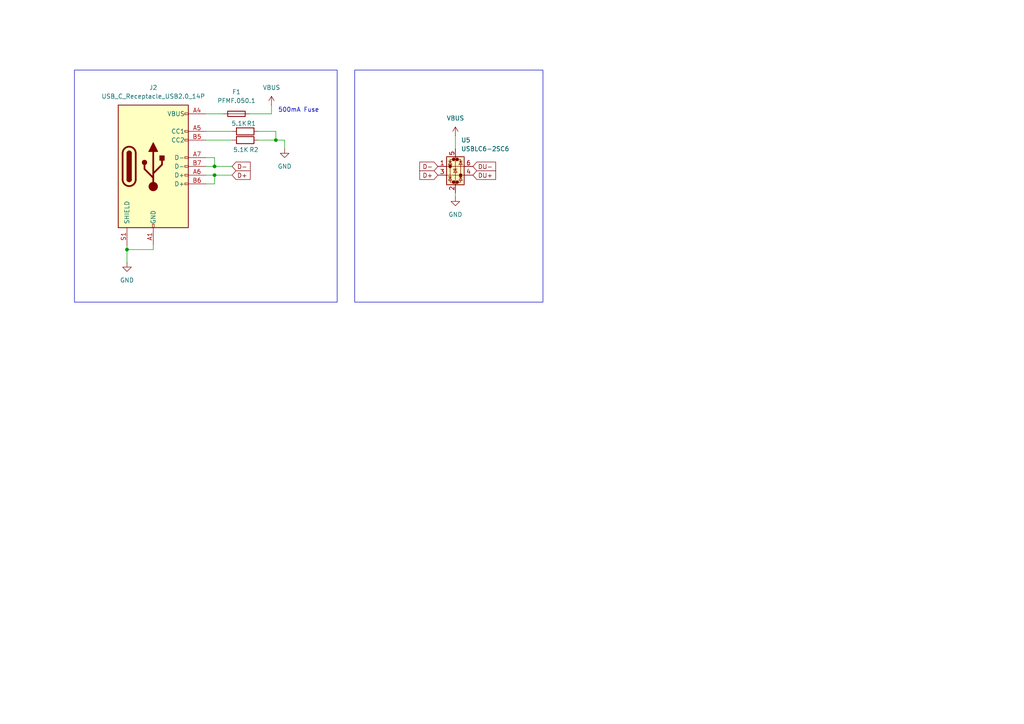
<source format=kicad_sch>
(kicad_sch
	(version 20250114)
	(generator "eeschema")
	(generator_version "9.0")
	(uuid "a7e3f79d-e8ed-48bb-8faf-291beb56f89d")
	(paper "A4")
	(lib_symbols
		(symbol "Connector:USB_C_Receptacle_USB2.0_14P"
			(pin_names
				(offset 1.016)
			)
			(exclude_from_sim no)
			(in_bom yes)
			(on_board yes)
			(property "Reference" "J"
				(at 0 22.225 0)
				(effects
					(font
						(size 1.27 1.27)
					)
				)
			)
			(property "Value" "USB_C_Receptacle_USB2.0_14P"
				(at 0 19.685 0)
				(effects
					(font
						(size 1.27 1.27)
					)
				)
			)
			(property "Footprint" ""
				(at 3.81 0 0)
				(effects
					(font
						(size 1.27 1.27)
					)
					(hide yes)
				)
			)
			(property "Datasheet" "https://www.usb.org/sites/default/files/documents/usb_type-c.zip"
				(at 3.81 0 0)
				(effects
					(font
						(size 1.27 1.27)
					)
					(hide yes)
				)
			)
			(property "Description" "USB 2.0-only 14P Type-C Receptacle connector"
				(at 0 0 0)
				(effects
					(font
						(size 1.27 1.27)
					)
					(hide yes)
				)
			)
			(property "ki_keywords" "usb universal serial bus type-C USB2.0"
				(at 0 0 0)
				(effects
					(font
						(size 1.27 1.27)
					)
					(hide yes)
				)
			)
			(property "ki_fp_filters" "USB*C*Receptacle*"
				(at 0 0 0)
				(effects
					(font
						(size 1.27 1.27)
					)
					(hide yes)
				)
			)
			(symbol "USB_C_Receptacle_USB2.0_14P_0_0"
				(rectangle
					(start -0.254 -17.78)
					(end 0.254 -16.764)
					(stroke
						(width 0)
						(type default)
					)
					(fill
						(type none)
					)
				)
				(rectangle
					(start 10.16 15.494)
					(end 9.144 14.986)
					(stroke
						(width 0)
						(type default)
					)
					(fill
						(type none)
					)
				)
				(rectangle
					(start 10.16 10.414)
					(end 9.144 9.906)
					(stroke
						(width 0)
						(type default)
					)
					(fill
						(type none)
					)
				)
				(rectangle
					(start 10.16 7.874)
					(end 9.144 7.366)
					(stroke
						(width 0)
						(type default)
					)
					(fill
						(type none)
					)
				)
				(rectangle
					(start 10.16 2.794)
					(end 9.144 2.286)
					(stroke
						(width 0)
						(type default)
					)
					(fill
						(type none)
					)
				)
				(rectangle
					(start 10.16 0.254)
					(end 9.144 -0.254)
					(stroke
						(width 0)
						(type default)
					)
					(fill
						(type none)
					)
				)
				(rectangle
					(start 10.16 -2.286)
					(end 9.144 -2.794)
					(stroke
						(width 0)
						(type default)
					)
					(fill
						(type none)
					)
				)
				(rectangle
					(start 10.16 -4.826)
					(end 9.144 -5.334)
					(stroke
						(width 0)
						(type default)
					)
					(fill
						(type none)
					)
				)
			)
			(symbol "USB_C_Receptacle_USB2.0_14P_0_1"
				(rectangle
					(start -10.16 17.78)
					(end 10.16 -17.78)
					(stroke
						(width 0.254)
						(type default)
					)
					(fill
						(type background)
					)
				)
				(polyline
					(pts
						(xy -8.89 -3.81) (xy -8.89 3.81)
					)
					(stroke
						(width 0.508)
						(type default)
					)
					(fill
						(type none)
					)
				)
				(rectangle
					(start -7.62 -3.81)
					(end -6.35 3.81)
					(stroke
						(width 0.254)
						(type default)
					)
					(fill
						(type outline)
					)
				)
				(arc
					(start -7.62 3.81)
					(mid -6.985 4.4423)
					(end -6.35 3.81)
					(stroke
						(width 0.254)
						(type default)
					)
					(fill
						(type none)
					)
				)
				(arc
					(start -7.62 3.81)
					(mid -6.985 4.4423)
					(end -6.35 3.81)
					(stroke
						(width 0.254)
						(type default)
					)
					(fill
						(type outline)
					)
				)
				(arc
					(start -8.89 3.81)
					(mid -6.985 5.7067)
					(end -5.08 3.81)
					(stroke
						(width 0.508)
						(type default)
					)
					(fill
						(type none)
					)
				)
				(arc
					(start -5.08 -3.81)
					(mid -6.985 -5.7067)
					(end -8.89 -3.81)
					(stroke
						(width 0.508)
						(type default)
					)
					(fill
						(type none)
					)
				)
				(arc
					(start -6.35 -3.81)
					(mid -6.985 -4.4423)
					(end -7.62 -3.81)
					(stroke
						(width 0.254)
						(type default)
					)
					(fill
						(type none)
					)
				)
				(arc
					(start -6.35 -3.81)
					(mid -6.985 -4.4423)
					(end -7.62 -3.81)
					(stroke
						(width 0.254)
						(type default)
					)
					(fill
						(type outline)
					)
				)
				(polyline
					(pts
						(xy -5.08 3.81) (xy -5.08 -3.81)
					)
					(stroke
						(width 0.508)
						(type default)
					)
					(fill
						(type none)
					)
				)
				(circle
					(center -2.54 1.143)
					(radius 0.635)
					(stroke
						(width 0.254)
						(type default)
					)
					(fill
						(type outline)
					)
				)
				(polyline
					(pts
						(xy -1.27 4.318) (xy 0 6.858) (xy 1.27 4.318) (xy -1.27 4.318)
					)
					(stroke
						(width 0.254)
						(type default)
					)
					(fill
						(type outline)
					)
				)
				(polyline
					(pts
						(xy 0 -2.032) (xy 2.54 0.508) (xy 2.54 1.778)
					)
					(stroke
						(width 0.508)
						(type default)
					)
					(fill
						(type none)
					)
				)
				(polyline
					(pts
						(xy 0 -3.302) (xy -2.54 -0.762) (xy -2.54 0.508)
					)
					(stroke
						(width 0.508)
						(type default)
					)
					(fill
						(type none)
					)
				)
				(polyline
					(pts
						(xy 0 -5.842) (xy 0 4.318)
					)
					(stroke
						(width 0.508)
						(type default)
					)
					(fill
						(type none)
					)
				)
				(circle
					(center 0 -5.842)
					(radius 1.27)
					(stroke
						(width 0)
						(type default)
					)
					(fill
						(type outline)
					)
				)
				(rectangle
					(start 1.905 1.778)
					(end 3.175 3.048)
					(stroke
						(width 0.254)
						(type default)
					)
					(fill
						(type outline)
					)
				)
			)
			(symbol "USB_C_Receptacle_USB2.0_14P_1_1"
				(pin passive line
					(at -7.62 -22.86 90)
					(length 5.08)
					(name "SHIELD"
						(effects
							(font
								(size 1.27 1.27)
							)
						)
					)
					(number "S1"
						(effects
							(font
								(size 1.27 1.27)
							)
						)
					)
				)
				(pin passive line
					(at 0 -22.86 90)
					(length 5.08)
					(name "GND"
						(effects
							(font
								(size 1.27 1.27)
							)
						)
					)
					(number "A1"
						(effects
							(font
								(size 1.27 1.27)
							)
						)
					)
				)
				(pin passive line
					(at 0 -22.86 90)
					(length 5.08)
					(hide yes)
					(name "GND"
						(effects
							(font
								(size 1.27 1.27)
							)
						)
					)
					(number "A12"
						(effects
							(font
								(size 1.27 1.27)
							)
						)
					)
				)
				(pin passive line
					(at 0 -22.86 90)
					(length 5.08)
					(hide yes)
					(name "GND"
						(effects
							(font
								(size 1.27 1.27)
							)
						)
					)
					(number "B1"
						(effects
							(font
								(size 1.27 1.27)
							)
						)
					)
				)
				(pin passive line
					(at 0 -22.86 90)
					(length 5.08)
					(hide yes)
					(name "GND"
						(effects
							(font
								(size 1.27 1.27)
							)
						)
					)
					(number "B12"
						(effects
							(font
								(size 1.27 1.27)
							)
						)
					)
				)
				(pin passive line
					(at 15.24 15.24 180)
					(length 5.08)
					(name "VBUS"
						(effects
							(font
								(size 1.27 1.27)
							)
						)
					)
					(number "A4"
						(effects
							(font
								(size 1.27 1.27)
							)
						)
					)
				)
				(pin passive line
					(at 15.24 15.24 180)
					(length 5.08)
					(hide yes)
					(name "VBUS"
						(effects
							(font
								(size 1.27 1.27)
							)
						)
					)
					(number "A9"
						(effects
							(font
								(size 1.27 1.27)
							)
						)
					)
				)
				(pin passive line
					(at 15.24 15.24 180)
					(length 5.08)
					(hide yes)
					(name "VBUS"
						(effects
							(font
								(size 1.27 1.27)
							)
						)
					)
					(number "B4"
						(effects
							(font
								(size 1.27 1.27)
							)
						)
					)
				)
				(pin passive line
					(at 15.24 15.24 180)
					(length 5.08)
					(hide yes)
					(name "VBUS"
						(effects
							(font
								(size 1.27 1.27)
							)
						)
					)
					(number "B9"
						(effects
							(font
								(size 1.27 1.27)
							)
						)
					)
				)
				(pin bidirectional line
					(at 15.24 10.16 180)
					(length 5.08)
					(name "CC1"
						(effects
							(font
								(size 1.27 1.27)
							)
						)
					)
					(number "A5"
						(effects
							(font
								(size 1.27 1.27)
							)
						)
					)
				)
				(pin bidirectional line
					(at 15.24 7.62 180)
					(length 5.08)
					(name "CC2"
						(effects
							(font
								(size 1.27 1.27)
							)
						)
					)
					(number "B5"
						(effects
							(font
								(size 1.27 1.27)
							)
						)
					)
				)
				(pin bidirectional line
					(at 15.24 2.54 180)
					(length 5.08)
					(name "D-"
						(effects
							(font
								(size 1.27 1.27)
							)
						)
					)
					(number "A7"
						(effects
							(font
								(size 1.27 1.27)
							)
						)
					)
				)
				(pin bidirectional line
					(at 15.24 0 180)
					(length 5.08)
					(name "D-"
						(effects
							(font
								(size 1.27 1.27)
							)
						)
					)
					(number "B7"
						(effects
							(font
								(size 1.27 1.27)
							)
						)
					)
				)
				(pin bidirectional line
					(at 15.24 -2.54 180)
					(length 5.08)
					(name "D+"
						(effects
							(font
								(size 1.27 1.27)
							)
						)
					)
					(number "A6"
						(effects
							(font
								(size 1.27 1.27)
							)
						)
					)
				)
				(pin bidirectional line
					(at 15.24 -5.08 180)
					(length 5.08)
					(name "D+"
						(effects
							(font
								(size 1.27 1.27)
							)
						)
					)
					(number "B6"
						(effects
							(font
								(size 1.27 1.27)
							)
						)
					)
				)
			)
			(embedded_fonts no)
		)
		(symbol "Device:Fuse"
			(pin_numbers
				(hide yes)
			)
			(pin_names
				(offset 0)
			)
			(exclude_from_sim no)
			(in_bom yes)
			(on_board yes)
			(property "Reference" "F"
				(at 2.032 0 90)
				(effects
					(font
						(size 1.27 1.27)
					)
				)
			)
			(property "Value" "Fuse"
				(at -1.905 0 90)
				(effects
					(font
						(size 1.27 1.27)
					)
				)
			)
			(property "Footprint" ""
				(at -1.778 0 90)
				(effects
					(font
						(size 1.27 1.27)
					)
					(hide yes)
				)
			)
			(property "Datasheet" "~"
				(at 0 0 0)
				(effects
					(font
						(size 1.27 1.27)
					)
					(hide yes)
				)
			)
			(property "Description" "Fuse"
				(at 0 0 0)
				(effects
					(font
						(size 1.27 1.27)
					)
					(hide yes)
				)
			)
			(property "ki_keywords" "fuse"
				(at 0 0 0)
				(effects
					(font
						(size 1.27 1.27)
					)
					(hide yes)
				)
			)
			(property "ki_fp_filters" "*Fuse*"
				(at 0 0 0)
				(effects
					(font
						(size 1.27 1.27)
					)
					(hide yes)
				)
			)
			(symbol "Fuse_0_1"
				(rectangle
					(start -0.762 -2.54)
					(end 0.762 2.54)
					(stroke
						(width 0.254)
						(type default)
					)
					(fill
						(type none)
					)
				)
				(polyline
					(pts
						(xy 0 2.54) (xy 0 -2.54)
					)
					(stroke
						(width 0)
						(type default)
					)
					(fill
						(type none)
					)
				)
			)
			(symbol "Fuse_1_1"
				(pin passive line
					(at 0 3.81 270)
					(length 1.27)
					(name "~"
						(effects
							(font
								(size 1.27 1.27)
							)
						)
					)
					(number "1"
						(effects
							(font
								(size 1.27 1.27)
							)
						)
					)
				)
				(pin passive line
					(at 0 -3.81 90)
					(length 1.27)
					(name "~"
						(effects
							(font
								(size 1.27 1.27)
							)
						)
					)
					(number "2"
						(effects
							(font
								(size 1.27 1.27)
							)
						)
					)
				)
			)
			(embedded_fonts no)
		)
		(symbol "Device:R"
			(pin_numbers
				(hide yes)
			)
			(pin_names
				(offset 0)
			)
			(exclude_from_sim no)
			(in_bom yes)
			(on_board yes)
			(property "Reference" "R"
				(at 2.032 0 90)
				(effects
					(font
						(size 1.27 1.27)
					)
				)
			)
			(property "Value" "R"
				(at 0 0 90)
				(effects
					(font
						(size 1.27 1.27)
					)
				)
			)
			(property "Footprint" ""
				(at -1.778 0 90)
				(effects
					(font
						(size 1.27 1.27)
					)
					(hide yes)
				)
			)
			(property "Datasheet" "~"
				(at 0 0 0)
				(effects
					(font
						(size 1.27 1.27)
					)
					(hide yes)
				)
			)
			(property "Description" "Resistor"
				(at 0 0 0)
				(effects
					(font
						(size 1.27 1.27)
					)
					(hide yes)
				)
			)
			(property "ki_keywords" "R res resistor"
				(at 0 0 0)
				(effects
					(font
						(size 1.27 1.27)
					)
					(hide yes)
				)
			)
			(property "ki_fp_filters" "R_*"
				(at 0 0 0)
				(effects
					(font
						(size 1.27 1.27)
					)
					(hide yes)
				)
			)
			(symbol "R_0_1"
				(rectangle
					(start -1.016 -2.54)
					(end 1.016 2.54)
					(stroke
						(width 0.254)
						(type default)
					)
					(fill
						(type none)
					)
				)
			)
			(symbol "R_1_1"
				(pin passive line
					(at 0 3.81 270)
					(length 1.27)
					(name "~"
						(effects
							(font
								(size 1.27 1.27)
							)
						)
					)
					(number "1"
						(effects
							(font
								(size 1.27 1.27)
							)
						)
					)
				)
				(pin passive line
					(at 0 -3.81 90)
					(length 1.27)
					(name "~"
						(effects
							(font
								(size 1.27 1.27)
							)
						)
					)
					(number "2"
						(effects
							(font
								(size 1.27 1.27)
							)
						)
					)
				)
			)
			(embedded_fonts no)
		)
		(symbol "Power_Protection:USBLC6-2SC6"
			(pin_names
				(hide yes)
			)
			(exclude_from_sim no)
			(in_bom yes)
			(on_board yes)
			(property "Reference" "U"
				(at 0.635 5.715 0)
				(effects
					(font
						(size 1.27 1.27)
					)
					(justify left)
				)
			)
			(property "Value" "USBLC6-2SC6"
				(at 0.635 3.81 0)
				(effects
					(font
						(size 1.27 1.27)
					)
					(justify left)
				)
			)
			(property "Footprint" "Package_TO_SOT_SMD:SOT-23-6"
				(at 1.27 -6.35 0)
				(effects
					(font
						(size 1.27 1.27)
						(italic yes)
					)
					(justify left)
					(hide yes)
				)
			)
			(property "Datasheet" "https://www.st.com/resource/en/datasheet/usblc6-2.pdf"
				(at 1.27 -8.255 0)
				(effects
					(font
						(size 1.27 1.27)
					)
					(justify left)
					(hide yes)
				)
			)
			(property "Description" "Very low capacitance ESD protection diode, 2 data-line, SOT-23-6"
				(at 0 0 0)
				(effects
					(font
						(size 1.27 1.27)
					)
					(hide yes)
				)
			)
			(property "ki_keywords" "usb ethernet video"
				(at 0 0 0)
				(effects
					(font
						(size 1.27 1.27)
					)
					(hide yes)
				)
			)
			(property "ki_fp_filters" "SOT?23*"
				(at 0 0 0)
				(effects
					(font
						(size 1.27 1.27)
					)
					(hide yes)
				)
			)
			(symbol "USBLC6-2SC6_0_0"
				(circle
					(center -1.524 0)
					(radius 0.0001)
					(stroke
						(width 0.508)
						(type default)
					)
					(fill
						(type none)
					)
				)
				(circle
					(center -0.508 2.032)
					(radius 0.0001)
					(stroke
						(width 0.508)
						(type default)
					)
					(fill
						(type none)
					)
				)
				(circle
					(center -0.508 -4.572)
					(radius 0.0001)
					(stroke
						(width 0.508)
						(type default)
					)
					(fill
						(type none)
					)
				)
				(circle
					(center 0.508 2.032)
					(radius 0.0001)
					(stroke
						(width 0.508)
						(type default)
					)
					(fill
						(type none)
					)
				)
				(circle
					(center 0.508 -4.572)
					(radius 0.0001)
					(stroke
						(width 0.508)
						(type default)
					)
					(fill
						(type none)
					)
				)
				(circle
					(center 1.524 -2.54)
					(radius 0.0001)
					(stroke
						(width 0.508)
						(type default)
					)
					(fill
						(type none)
					)
				)
			)
			(symbol "USBLC6-2SC6_0_1"
				(polyline
					(pts
						(xy -2.54 0) (xy 2.54 0)
					)
					(stroke
						(width 0)
						(type default)
					)
					(fill
						(type none)
					)
				)
				(polyline
					(pts
						(xy -2.54 -2.54) (xy 2.54 -2.54)
					)
					(stroke
						(width 0)
						(type default)
					)
					(fill
						(type none)
					)
				)
				(polyline
					(pts
						(xy -2.032 0.508) (xy -1.016 0.508) (xy -1.524 1.524) (xy -2.032 0.508)
					)
					(stroke
						(width 0)
						(type default)
					)
					(fill
						(type none)
					)
				)
				(polyline
					(pts
						(xy -2.032 -3.048) (xy -1.016 -3.048)
					)
					(stroke
						(width 0)
						(type default)
					)
					(fill
						(type none)
					)
				)
				(polyline
					(pts
						(xy -1.016 1.524) (xy -2.032 1.524)
					)
					(stroke
						(width 0)
						(type default)
					)
					(fill
						(type none)
					)
				)
				(polyline
					(pts
						(xy -1.016 -4.064) (xy -2.032 -4.064) (xy -1.524 -3.048) (xy -1.016 -4.064)
					)
					(stroke
						(width 0)
						(type default)
					)
					(fill
						(type none)
					)
				)
				(polyline
					(pts
						(xy -0.508 -1.143) (xy -0.508 -0.762) (xy 0.508 -0.762)
					)
					(stroke
						(width 0)
						(type default)
					)
					(fill
						(type none)
					)
				)
				(polyline
					(pts
						(xy 0 2.54) (xy -0.508 2.032) (xy 0.508 2.032) (xy 0 1.524) (xy 0 -4.064) (xy -0.508 -4.572) (xy 0.508 -4.572)
						(xy 0 -5.08)
					)
					(stroke
						(width 0)
						(type default)
					)
					(fill
						(type none)
					)
				)
				(polyline
					(pts
						(xy 0.508 -1.778) (xy -0.508 -1.778) (xy 0 -0.762) (xy 0.508 -1.778)
					)
					(stroke
						(width 0)
						(type default)
					)
					(fill
						(type none)
					)
				)
				(polyline
					(pts
						(xy 1.016 1.524) (xy 2.032 1.524)
					)
					(stroke
						(width 0)
						(type default)
					)
					(fill
						(type none)
					)
				)
				(polyline
					(pts
						(xy 1.016 -3.048) (xy 2.032 -3.048)
					)
					(stroke
						(width 0)
						(type default)
					)
					(fill
						(type none)
					)
				)
				(polyline
					(pts
						(xy 2.032 0.508) (xy 1.016 0.508) (xy 1.524 1.524) (xy 2.032 0.508)
					)
					(stroke
						(width 0)
						(type default)
					)
					(fill
						(type none)
					)
				)
				(polyline
					(pts
						(xy 2.032 -4.064) (xy 1.016 -4.064) (xy 1.524 -3.048) (xy 2.032 -4.064)
					)
					(stroke
						(width 0)
						(type default)
					)
					(fill
						(type none)
					)
				)
			)
			(symbol "USBLC6-2SC6_1_1"
				(rectangle
					(start -2.54 2.794)
					(end 2.54 -5.334)
					(stroke
						(width 0.254)
						(type default)
					)
					(fill
						(type background)
					)
				)
				(polyline
					(pts
						(xy -0.508 2.032) (xy -1.524 2.032) (xy -1.524 -4.572) (xy -0.508 -4.572)
					)
					(stroke
						(width 0)
						(type default)
					)
					(fill
						(type none)
					)
				)
				(polyline
					(pts
						(xy 0.508 -4.572) (xy 1.524 -4.572) (xy 1.524 2.032) (xy 0.508 2.032)
					)
					(stroke
						(width 0)
						(type default)
					)
					(fill
						(type none)
					)
				)
				(pin passive line
					(at -5.08 0 0)
					(length 2.54)
					(name "I/O1"
						(effects
							(font
								(size 1.27 1.27)
							)
						)
					)
					(number "1"
						(effects
							(font
								(size 1.27 1.27)
							)
						)
					)
				)
				(pin passive line
					(at -5.08 -2.54 0)
					(length 2.54)
					(name "I/O2"
						(effects
							(font
								(size 1.27 1.27)
							)
						)
					)
					(number "3"
						(effects
							(font
								(size 1.27 1.27)
							)
						)
					)
				)
				(pin passive line
					(at 0 5.08 270)
					(length 2.54)
					(name "VBUS"
						(effects
							(font
								(size 1.27 1.27)
							)
						)
					)
					(number "5"
						(effects
							(font
								(size 1.27 1.27)
							)
						)
					)
				)
				(pin passive line
					(at 0 -7.62 90)
					(length 2.54)
					(name "GND"
						(effects
							(font
								(size 1.27 1.27)
							)
						)
					)
					(number "2"
						(effects
							(font
								(size 1.27 1.27)
							)
						)
					)
				)
				(pin passive line
					(at 5.08 0 180)
					(length 2.54)
					(name "I/O1"
						(effects
							(font
								(size 1.27 1.27)
							)
						)
					)
					(number "6"
						(effects
							(font
								(size 1.27 1.27)
							)
						)
					)
				)
				(pin passive line
					(at 5.08 -2.54 180)
					(length 2.54)
					(name "I/O2"
						(effects
							(font
								(size 1.27 1.27)
							)
						)
					)
					(number "4"
						(effects
							(font
								(size 1.27 1.27)
							)
						)
					)
				)
			)
			(embedded_fonts no)
		)
		(symbol "power:GND"
			(power)
			(pin_numbers
				(hide yes)
			)
			(pin_names
				(offset 0)
				(hide yes)
			)
			(exclude_from_sim no)
			(in_bom yes)
			(on_board yes)
			(property "Reference" "#PWR"
				(at 0 -6.35 0)
				(effects
					(font
						(size 1.27 1.27)
					)
					(hide yes)
				)
			)
			(property "Value" "GND"
				(at 0 -3.81 0)
				(effects
					(font
						(size 1.27 1.27)
					)
				)
			)
			(property "Footprint" ""
				(at 0 0 0)
				(effects
					(font
						(size 1.27 1.27)
					)
					(hide yes)
				)
			)
			(property "Datasheet" ""
				(at 0 0 0)
				(effects
					(font
						(size 1.27 1.27)
					)
					(hide yes)
				)
			)
			(property "Description" "Power symbol creates a global label with name \"GND\" , ground"
				(at 0 0 0)
				(effects
					(font
						(size 1.27 1.27)
					)
					(hide yes)
				)
			)
			(property "ki_keywords" "global power"
				(at 0 0 0)
				(effects
					(font
						(size 1.27 1.27)
					)
					(hide yes)
				)
			)
			(symbol "GND_0_1"
				(polyline
					(pts
						(xy 0 0) (xy 0 -1.27) (xy 1.27 -1.27) (xy 0 -2.54) (xy -1.27 -1.27) (xy 0 -1.27)
					)
					(stroke
						(width 0)
						(type default)
					)
					(fill
						(type none)
					)
				)
			)
			(symbol "GND_1_1"
				(pin power_in line
					(at 0 0 270)
					(length 0)
					(name "~"
						(effects
							(font
								(size 1.27 1.27)
							)
						)
					)
					(number "1"
						(effects
							(font
								(size 1.27 1.27)
							)
						)
					)
				)
			)
			(embedded_fonts no)
		)
		(symbol "power:VBUS"
			(power)
			(pin_numbers
				(hide yes)
			)
			(pin_names
				(offset 0)
				(hide yes)
			)
			(exclude_from_sim no)
			(in_bom yes)
			(on_board yes)
			(property "Reference" "#PWR"
				(at 0 -3.81 0)
				(effects
					(font
						(size 1.27 1.27)
					)
					(hide yes)
				)
			)
			(property "Value" "VBUS"
				(at 0 3.556 0)
				(effects
					(font
						(size 1.27 1.27)
					)
				)
			)
			(property "Footprint" ""
				(at 0 0 0)
				(effects
					(font
						(size 1.27 1.27)
					)
					(hide yes)
				)
			)
			(property "Datasheet" ""
				(at 0 0 0)
				(effects
					(font
						(size 1.27 1.27)
					)
					(hide yes)
				)
			)
			(property "Description" "Power symbol creates a global label with name \"VBUS\""
				(at 0 0 0)
				(effects
					(font
						(size 1.27 1.27)
					)
					(hide yes)
				)
			)
			(property "ki_keywords" "global power"
				(at 0 0 0)
				(effects
					(font
						(size 1.27 1.27)
					)
					(hide yes)
				)
			)
			(symbol "VBUS_0_1"
				(polyline
					(pts
						(xy -0.762 1.27) (xy 0 2.54)
					)
					(stroke
						(width 0)
						(type default)
					)
					(fill
						(type none)
					)
				)
				(polyline
					(pts
						(xy 0 2.54) (xy 0.762 1.27)
					)
					(stroke
						(width 0)
						(type default)
					)
					(fill
						(type none)
					)
				)
				(polyline
					(pts
						(xy 0 0) (xy 0 2.54)
					)
					(stroke
						(width 0)
						(type default)
					)
					(fill
						(type none)
					)
				)
			)
			(symbol "VBUS_1_1"
				(pin power_in line
					(at 0 0 90)
					(length 0)
					(name "~"
						(effects
							(font
								(size 1.27 1.27)
							)
						)
					)
					(number "1"
						(effects
							(font
								(size 1.27 1.27)
							)
						)
					)
				)
			)
			(embedded_fonts no)
		)
	)
	(rectangle
		(start 21.59 20.32)
		(end 97.79 87.63)
		(stroke
			(width 0)
			(type default)
		)
		(fill
			(type none)
		)
		(uuid 68dadf7e-eba7-4d02-a4ab-528486b1c2dc)
	)
	(rectangle
		(start 102.87 20.32)
		(end 157.48 87.63)
		(stroke
			(width 0)
			(type default)
		)
		(fill
			(type none)
		)
		(uuid 9edf9b01-fc73-48c9-9260-4d72dc2154f2)
	)
	(text "500mA Fuse\n"
		(exclude_from_sim no)
		(at 86.614 32.004 0)
		(effects
			(font
				(size 1.27 1.27)
			)
		)
		(uuid "f9cf21cd-ca84-4682-aca3-4d13c1ba727e")
	)
	(junction
		(at 36.83 72.39)
		(diameter 0)
		(color 0 0 0 0)
		(uuid "0f960986-c0b1-4d0d-9db7-3615650fffa2")
	)
	(junction
		(at 62.23 48.26)
		(diameter 0)
		(color 0 0 0 0)
		(uuid "1d255184-16a5-4042-878e-3f8beb7d5801")
	)
	(junction
		(at 62.23 50.8)
		(diameter 0)
		(color 0 0 0 0)
		(uuid "3d2e482c-7bea-4ea7-9346-7dd672ad1244")
	)
	(junction
		(at 80.01 40.64)
		(diameter 0)
		(color 0 0 0 0)
		(uuid "6563c022-7be8-4bd3-9eba-2c8f00b0f5e9")
	)
	(wire
		(pts
			(xy 44.45 71.12) (xy 44.45 72.39)
		)
		(stroke
			(width 0)
			(type default)
		)
		(uuid "09557974-8891-441e-9918-a827f3d4a0d7")
	)
	(wire
		(pts
			(xy 62.23 48.26) (xy 67.31 48.26)
		)
		(stroke
			(width 0)
			(type default)
		)
		(uuid "151e74db-ae8b-489c-a10d-7bd07d577f7a")
	)
	(wire
		(pts
			(xy 59.69 50.8) (xy 62.23 50.8)
		)
		(stroke
			(width 0)
			(type default)
		)
		(uuid "16294974-0083-4d12-bd9a-3313474f4c9a")
	)
	(wire
		(pts
			(xy 62.23 50.8) (xy 67.31 50.8)
		)
		(stroke
			(width 0)
			(type default)
		)
		(uuid "1c1a2b01-562b-4b66-81da-f33f60193c34")
	)
	(wire
		(pts
			(xy 72.39 33.02) (xy 78.74 33.02)
		)
		(stroke
			(width 0)
			(type default)
		)
		(uuid "2114a111-6763-49b2-8c0b-e92ce4602ae4")
	)
	(wire
		(pts
			(xy 36.83 71.12) (xy 36.83 72.39)
		)
		(stroke
			(width 0)
			(type default)
		)
		(uuid "35ba715c-ba01-41f0-b858-3a7f5d1dd70f")
	)
	(wire
		(pts
			(xy 80.01 38.1) (xy 80.01 40.64)
		)
		(stroke
			(width 0)
			(type default)
		)
		(uuid "3d69ba06-72da-4448-93a9-59f710cb1397")
	)
	(wire
		(pts
			(xy 82.55 40.64) (xy 82.55 43.18)
		)
		(stroke
			(width 0)
			(type default)
		)
		(uuid "4a9b4620-6b72-41ea-9917-a5b7d5bf2d88")
	)
	(wire
		(pts
			(xy 62.23 45.72) (xy 62.23 48.26)
		)
		(stroke
			(width 0)
			(type default)
		)
		(uuid "56c2d981-9194-460b-a3be-82f1696c3183")
	)
	(wire
		(pts
			(xy 36.83 72.39) (xy 36.83 76.2)
		)
		(stroke
			(width 0)
			(type default)
		)
		(uuid "5d6cc594-bcf0-4ce6-8362-bb2a9ec15950")
	)
	(wire
		(pts
			(xy 59.69 53.34) (xy 62.23 53.34)
		)
		(stroke
			(width 0)
			(type default)
		)
		(uuid "7be05629-6659-4282-8963-128e28a23634")
	)
	(wire
		(pts
			(xy 80.01 40.64) (xy 82.55 40.64)
		)
		(stroke
			(width 0)
			(type default)
		)
		(uuid "817841c2-a6ab-49e0-b29b-fb41ec8c43c2")
	)
	(wire
		(pts
			(xy 74.93 40.64) (xy 80.01 40.64)
		)
		(stroke
			(width 0)
			(type default)
		)
		(uuid "82d38c20-5696-48fd-90ea-f9967184f186")
	)
	(wire
		(pts
			(xy 78.74 33.02) (xy 78.74 30.48)
		)
		(stroke
			(width 0)
			(type default)
		)
		(uuid "8ce63e3f-e153-4b29-9792-0846b19a3c4f")
	)
	(wire
		(pts
			(xy 59.69 48.26) (xy 62.23 48.26)
		)
		(stroke
			(width 0)
			(type default)
		)
		(uuid "8e09467d-1387-4bf9-97ac-6bb92bab2bd7")
	)
	(wire
		(pts
			(xy 132.08 57.15) (xy 132.08 55.88)
		)
		(stroke
			(width 0)
			(type default)
		)
		(uuid "8eaa61ec-9032-4c68-8c8e-281fececc411")
	)
	(wire
		(pts
			(xy 62.23 53.34) (xy 62.23 50.8)
		)
		(stroke
			(width 0)
			(type default)
		)
		(uuid "9b69a22e-6a19-42d5-ac9b-443d6feb1d31")
	)
	(wire
		(pts
			(xy 44.45 72.39) (xy 36.83 72.39)
		)
		(stroke
			(width 0)
			(type default)
		)
		(uuid "9d07bbf8-c85f-4d8a-894c-c693378d8cd3")
	)
	(wire
		(pts
			(xy 74.93 38.1) (xy 80.01 38.1)
		)
		(stroke
			(width 0)
			(type default)
		)
		(uuid "ab5d9491-e71f-454c-be7d-497b437d4cac")
	)
	(wire
		(pts
			(xy 59.69 45.72) (xy 62.23 45.72)
		)
		(stroke
			(width 0)
			(type default)
		)
		(uuid "cb376306-b9f1-46a4-8c02-ae239ec54d54")
	)
	(wire
		(pts
			(xy 59.69 40.64) (xy 67.31 40.64)
		)
		(stroke
			(width 0)
			(type default)
		)
		(uuid "dbe53ecc-f6ca-4f19-81d8-efdae4af9cdf")
	)
	(wire
		(pts
			(xy 64.77 33.02) (xy 59.69 33.02)
		)
		(stroke
			(width 0)
			(type default)
		)
		(uuid "e2835feb-93a3-461a-9405-f4af7aecf400")
	)
	(wire
		(pts
			(xy 132.08 39.37) (xy 132.08 43.18)
		)
		(stroke
			(width 0)
			(type default)
		)
		(uuid "e46b90b1-ae24-4781-8347-986cd8c67446")
	)
	(wire
		(pts
			(xy 59.69 38.1) (xy 67.31 38.1)
		)
		(stroke
			(width 0)
			(type default)
		)
		(uuid "f4cb38ef-6141-45f0-a92b-85cb296b48d9")
	)
	(global_label "DU-"
		(shape input)
		(at 137.16 48.26 0)
		(fields_autoplaced yes)
		(effects
			(font
				(size 1.27 1.27)
			)
			(justify left)
		)
		(uuid "39c2024e-f4ca-4f75-a123-6768eb1c4c33")
		(property "Intersheetrefs" "${INTERSHEET_REFS}"
			(at 144.3181 48.26 0)
			(effects
				(font
					(size 1.27 1.27)
				)
				(justify left)
				(hide yes)
			)
		)
	)
	(global_label "D-"
		(shape input)
		(at 67.31 48.26 0)
		(fields_autoplaced yes)
		(effects
			(font
				(size 1.27 1.27)
			)
			(justify left)
		)
		(uuid "44cf1464-bbcd-4c6f-9290-607e526740ef")
		(property "Intersheetrefs" "${INTERSHEET_REFS}"
			(at 73.1376 48.26 0)
			(effects
				(font
					(size 1.27 1.27)
				)
				(justify left)
				(hide yes)
			)
		)
	)
	(global_label "D-"
		(shape input)
		(at 127 48.26 180)
		(fields_autoplaced yes)
		(effects
			(font
				(size 1.27 1.27)
			)
			(justify right)
		)
		(uuid "585c15ca-2776-486d-bc83-7aa156854045")
		(property "Intersheetrefs" "${INTERSHEET_REFS}"
			(at 121.1724 48.26 0)
			(effects
				(font
					(size 1.27 1.27)
				)
				(justify right)
				(hide yes)
			)
		)
	)
	(global_label "D+"
		(shape input)
		(at 127 50.8 180)
		(fields_autoplaced yes)
		(effects
			(font
				(size 1.27 1.27)
			)
			(justify right)
		)
		(uuid "78aa4dc7-35f8-412f-9be7-113769b85f0f")
		(property "Intersheetrefs" "${INTERSHEET_REFS}"
			(at 121.1724 50.8 0)
			(effects
				(font
					(size 1.27 1.27)
				)
				(justify right)
				(hide yes)
			)
		)
	)
	(global_label "D+"
		(shape input)
		(at 67.31 50.8 0)
		(fields_autoplaced yes)
		(effects
			(font
				(size 1.27 1.27)
			)
			(justify left)
		)
		(uuid "d9db7760-30c9-4492-ae0e-d9e585946997")
		(property "Intersheetrefs" "${INTERSHEET_REFS}"
			(at 73.1376 50.8 0)
			(effects
				(font
					(size 1.27 1.27)
				)
				(justify left)
				(hide yes)
			)
		)
	)
	(global_label "DU+"
		(shape input)
		(at 137.16 50.8 0)
		(fields_autoplaced yes)
		(effects
			(font
				(size 1.27 1.27)
			)
			(justify left)
		)
		(uuid "fc5908cf-a04c-4817-aa31-7d0a2aa64683")
		(property "Intersheetrefs" "${INTERSHEET_REFS}"
			(at 144.3181 50.8 0)
			(effects
				(font
					(size 1.27 1.27)
				)
				(justify left)
				(hide yes)
			)
		)
	)
	(symbol
		(lib_id "power:GND")
		(at 132.08 57.15 0)
		(unit 1)
		(exclude_from_sim no)
		(in_bom yes)
		(on_board yes)
		(dnp no)
		(fields_autoplaced yes)
		(uuid "024b8537-8dd7-4da2-a40a-a6224c6b1781")
		(property "Reference" "#PWR027"
			(at 132.08 63.5 0)
			(effects
				(font
					(size 1.27 1.27)
				)
				(hide yes)
			)
		)
		(property "Value" "GND"
			(at 132.08 62.23 0)
			(effects
				(font
					(size 1.27 1.27)
				)
			)
		)
		(property "Footprint" ""
			(at 132.08 57.15 0)
			(effects
				(font
					(size 1.27 1.27)
				)
				(hide yes)
			)
		)
		(property "Datasheet" ""
			(at 132.08 57.15 0)
			(effects
				(font
					(size 1.27 1.27)
				)
				(hide yes)
			)
		)
		(property "Description" "Power symbol creates a global label with name \"GND\" , ground"
			(at 132.08 57.15 0)
			(effects
				(font
					(size 1.27 1.27)
				)
				(hide yes)
			)
		)
		(pin "1"
			(uuid "97447e16-2e48-4688-a96e-25b7e0854ad8")
		)
		(instances
			(project "ESP32  C3 Zigbee Temp"
				(path "/f5050369-2418-432f-a9a2-1a726701787d/4b1bbdba-0558-4d08-ae7a-8080322f2c32"
					(reference "#PWR027")
					(unit 1)
				)
			)
		)
	)
	(symbol
		(lib_id "power:VBUS")
		(at 78.74 30.48 0)
		(unit 1)
		(exclude_from_sim no)
		(in_bom yes)
		(on_board yes)
		(dnp no)
		(fields_autoplaced yes)
		(uuid "235c5aed-69c3-46bf-a5e5-ff58f49a16af")
		(property "Reference" "#PWR016"
			(at 78.74 34.29 0)
			(effects
				(font
					(size 1.27 1.27)
				)
				(hide yes)
			)
		)
		(property "Value" "VBUS"
			(at 78.74 25.4 0)
			(effects
				(font
					(size 1.27 1.27)
				)
			)
		)
		(property "Footprint" ""
			(at 78.74 30.48 0)
			(effects
				(font
					(size 1.27 1.27)
				)
				(hide yes)
			)
		)
		(property "Datasheet" ""
			(at 78.74 30.48 0)
			(effects
				(font
					(size 1.27 1.27)
				)
				(hide yes)
			)
		)
		(property "Description" "Power symbol creates a global label with name \"VBUS\""
			(at 78.74 30.48 0)
			(effects
				(font
					(size 1.27 1.27)
				)
				(hide yes)
			)
		)
		(pin "1"
			(uuid "67f9afb3-11a3-4e15-9dab-140ba733f7f3")
		)
		(instances
			(project "ESP32  C3 Zigbee Temp"
				(path "/f5050369-2418-432f-a9a2-1a726701787d/4b1bbdba-0558-4d08-ae7a-8080322f2c32"
					(reference "#PWR016")
					(unit 1)
				)
			)
		)
	)
	(symbol
		(lib_id "power:GND")
		(at 82.55 43.18 0)
		(unit 1)
		(exclude_from_sim no)
		(in_bom yes)
		(on_board yes)
		(dnp no)
		(fields_autoplaced yes)
		(uuid "37cf471c-1f26-4257-8ea6-174ff50c7867")
		(property "Reference" "#PWR018"
			(at 82.55 49.53 0)
			(effects
				(font
					(size 1.27 1.27)
				)
				(hide yes)
			)
		)
		(property "Value" "GND"
			(at 82.55 48.26 0)
			(effects
				(font
					(size 1.27 1.27)
				)
			)
		)
		(property "Footprint" ""
			(at 82.55 43.18 0)
			(effects
				(font
					(size 1.27 1.27)
				)
				(hide yes)
			)
		)
		(property "Datasheet" ""
			(at 82.55 43.18 0)
			(effects
				(font
					(size 1.27 1.27)
				)
				(hide yes)
			)
		)
		(property "Description" "Power symbol creates a global label with name \"GND\" , ground"
			(at 82.55 43.18 0)
			(effects
				(font
					(size 1.27 1.27)
				)
				(hide yes)
			)
		)
		(pin "1"
			(uuid "3d797519-906b-44d2-9828-4adb7cb41d5f")
		)
		(instances
			(project "ESP32  C3 Zigbee Temp"
				(path "/f5050369-2418-432f-a9a2-1a726701787d/4b1bbdba-0558-4d08-ae7a-8080322f2c32"
					(reference "#PWR018")
					(unit 1)
				)
			)
		)
	)
	(symbol
		(lib_id "Device:Fuse")
		(at 68.58 33.02 90)
		(unit 1)
		(exclude_from_sim no)
		(in_bom yes)
		(on_board yes)
		(dnp no)
		(fields_autoplaced yes)
		(uuid "627cf658-c84b-45cc-a258-464de4982656")
		(property "Reference" "F1"
			(at 68.58 26.67 90)
			(effects
				(font
					(size 1.27 1.27)
				)
			)
		)
		(property "Value" "PFMF.050.1"
			(at 68.58 29.21 90)
			(effects
				(font
					(size 1.27 1.27)
				)
			)
		)
		(property "Footprint" "Fuse:Fuse_1812_4532Metric"
			(at 68.58 34.798 90)
			(effects
				(font
					(size 1.27 1.27)
				)
				(hide yes)
			)
		)
		(property "Datasheet" "~"
			(at 68.58 33.02 0)
			(effects
				(font
					(size 1.27 1.27)
				)
				(hide yes)
			)
		)
		(property "Description" "Fuse"
			(at 68.58 33.02 0)
			(effects
				(font
					(size 1.27 1.27)
				)
				(hide yes)
			)
		)
		(pin "2"
			(uuid "bbb773a7-9a9c-4494-b260-65c677688b86")
		)
		(pin "1"
			(uuid "e23720a2-88b0-4e8e-bd2d-7f7f60474417")
		)
		(instances
			(project ""
				(path "/f5050369-2418-432f-a9a2-1a726701787d/4b1bbdba-0558-4d08-ae7a-8080322f2c32"
					(reference "F1")
					(unit 1)
				)
			)
		)
	)
	(symbol
		(lib_id "power:GND")
		(at 36.83 76.2 0)
		(unit 1)
		(exclude_from_sim no)
		(in_bom yes)
		(on_board yes)
		(dnp no)
		(fields_autoplaced yes)
		(uuid "77ad82cd-fa77-4e07-9565-168aad9b9d83")
		(property "Reference" "#PWR017"
			(at 36.83 82.55 0)
			(effects
				(font
					(size 1.27 1.27)
				)
				(hide yes)
			)
		)
		(property "Value" "GND"
			(at 36.83 81.28 0)
			(effects
				(font
					(size 1.27 1.27)
				)
			)
		)
		(property "Footprint" ""
			(at 36.83 76.2 0)
			(effects
				(font
					(size 1.27 1.27)
				)
				(hide yes)
			)
		)
		(property "Datasheet" ""
			(at 36.83 76.2 0)
			(effects
				(font
					(size 1.27 1.27)
				)
				(hide yes)
			)
		)
		(property "Description" "Power symbol creates a global label with name \"GND\" , ground"
			(at 36.83 76.2 0)
			(effects
				(font
					(size 1.27 1.27)
				)
				(hide yes)
			)
		)
		(pin "1"
			(uuid "c14bced5-c0bf-4e23-89e0-6c65a6df3cdf")
		)
		(instances
			(project "ESP32  C3 Zigbee Temp"
				(path "/f5050369-2418-432f-a9a2-1a726701787d/4b1bbdba-0558-4d08-ae7a-8080322f2c32"
					(reference "#PWR017")
					(unit 1)
				)
			)
		)
	)
	(symbol
		(lib_id "Connector:USB_C_Receptacle_USB2.0_14P")
		(at 44.45 48.26 0)
		(unit 1)
		(exclude_from_sim no)
		(in_bom yes)
		(on_board yes)
		(dnp no)
		(fields_autoplaced yes)
		(uuid "9016d461-c896-4717-81ca-0e28f0b8f941")
		(property "Reference" "J2"
			(at 44.45 25.4 0)
			(effects
				(font
					(size 1.27 1.27)
				)
			)
		)
		(property "Value" "USB_C_Receptacle_USB2.0_14P"
			(at 44.45 27.94 0)
			(effects
				(font
					(size 1.27 1.27)
				)
			)
		)
		(property "Footprint" "Connector_USB:USB_C_Receptacle_GCT_USB4110"
			(at 48.26 48.26 0)
			(effects
				(font
					(size 1.27 1.27)
				)
				(hide yes)
			)
		)
		(property "Datasheet" "https://www.usb.org/sites/default/files/documents/usb_type-c.zip"
			(at 48.26 48.26 0)
			(effects
				(font
					(size 1.27 1.27)
				)
				(hide yes)
			)
		)
		(property "Description" "USB 2.0-only 14P Type-C Receptacle connector"
			(at 44.45 48.26 0)
			(effects
				(font
					(size 1.27 1.27)
				)
				(hide yes)
			)
		)
		(pin "A1"
			(uuid "7f759f2e-f4db-4938-b128-8b0b85e28ced")
		)
		(pin "S1"
			(uuid "cf9c0d7a-e35e-4c9c-9842-870504214b24")
		)
		(pin "B4"
			(uuid "2f92d7dd-4daa-4f5f-a28d-ae1b45dbd0ee")
		)
		(pin "A5"
			(uuid "0ee2fcc5-19ad-418e-b17b-e52c3d0cb904")
		)
		(pin "B5"
			(uuid "e533e571-e6f3-46aa-a191-1e1d7f000fef")
		)
		(pin "A7"
			(uuid "e51e72e8-08d7-4972-b2d7-6c1fea335284")
		)
		(pin "A12"
			(uuid "877413d7-b87e-4688-828d-6233e70727e4")
		)
		(pin "B1"
			(uuid "677c13fe-8367-4e5c-956d-95904e62d801")
		)
		(pin "B12"
			(uuid "d705c855-0bcf-4104-bbb9-15e0eac7d37a")
		)
		(pin "A9"
			(uuid "4516776b-1da0-4a86-b9c1-62c67a6a701d")
		)
		(pin "A4"
			(uuid "8eb33776-1008-4e90-a1ad-dd69b4475fe5")
		)
		(pin "B9"
			(uuid "1351eec5-21d2-4706-8c19-7332cb69aabc")
		)
		(pin "A6"
			(uuid "57b196bd-9620-4226-a16a-470cc303fc06")
		)
		(pin "B6"
			(uuid "93179254-f9f3-4c6f-8578-f4625fa2d986")
		)
		(pin "B7"
			(uuid "822be993-b953-438d-bcba-043ade84a84c")
		)
		(instances
			(project "ESP32  C3 Zigbee Temp"
				(path "/f5050369-2418-432f-a9a2-1a726701787d/4b1bbdba-0558-4d08-ae7a-8080322f2c32"
					(reference "J2")
					(unit 1)
				)
			)
		)
	)
	(symbol
		(lib_id "Device:R")
		(at 71.12 38.1 90)
		(unit 1)
		(exclude_from_sim no)
		(in_bom yes)
		(on_board yes)
		(dnp no)
		(uuid "99f6c119-1c2d-4e88-8ce5-df5ddf63722f")
		(property "Reference" "R1"
			(at 72.898 35.814 90)
			(effects
				(font
					(size 1.27 1.27)
				)
			)
		)
		(property "Value" "5.1K"
			(at 69.342 35.814 90)
			(effects
				(font
					(size 1.27 1.27)
				)
			)
		)
		(property "Footprint" "Resistor_SMD:R_0402_1005Metric"
			(at 71.12 39.878 90)
			(effects
				(font
					(size 1.27 1.27)
				)
				(hide yes)
			)
		)
		(property "Datasheet" "~"
			(at 71.12 38.1 0)
			(effects
				(font
					(size 1.27 1.27)
				)
				(hide yes)
			)
		)
		(property "Description" "Resistor"
			(at 71.12 38.1 0)
			(effects
				(font
					(size 1.27 1.27)
				)
				(hide yes)
			)
		)
		(pin "1"
			(uuid "30eb3d81-071b-4507-8efe-268640d29845")
		)
		(pin "2"
			(uuid "7b39ce38-a9ac-4274-ae99-eb588bd362d1")
		)
		(instances
			(project "ESP32  C3 Zigbee Temp"
				(path "/f5050369-2418-432f-a9a2-1a726701787d/4b1bbdba-0558-4d08-ae7a-8080322f2c32"
					(reference "R1")
					(unit 1)
				)
			)
		)
	)
	(symbol
		(lib_id "Power_Protection:USBLC6-2SC6")
		(at 132.08 48.26 0)
		(unit 1)
		(exclude_from_sim no)
		(in_bom yes)
		(on_board yes)
		(dnp no)
		(fields_autoplaced yes)
		(uuid "a8dfd3f8-6693-458c-a3ea-59f461ad7e7d")
		(property "Reference" "U5"
			(at 133.7311 40.64 0)
			(effects
				(font
					(size 1.27 1.27)
				)
				(justify left)
			)
		)
		(property "Value" "USBLC6-2SC6"
			(at 133.7311 43.18 0)
			(effects
				(font
					(size 1.27 1.27)
				)
				(justify left)
			)
		)
		(property "Footprint" "Package_TO_SOT_SMD:SOT-23-6"
			(at 133.35 54.61 0)
			(effects
				(font
					(size 1.27 1.27)
					(italic yes)
				)
				(justify left)
				(hide yes)
			)
		)
		(property "Datasheet" "https://www.st.com/resource/en/datasheet/usblc6-2.pdf"
			(at 133.35 56.515 0)
			(effects
				(font
					(size 1.27 1.27)
				)
				(justify left)
				(hide yes)
			)
		)
		(property "Description" "Very low capacitance ESD protection diode, 2 data-line, SOT-23-6"
			(at 132.08 48.26 0)
			(effects
				(font
					(size 1.27 1.27)
				)
				(hide yes)
			)
		)
		(pin "1"
			(uuid "403b2efa-4fc1-465c-92dd-a2350e33da8e")
		)
		(pin "2"
			(uuid "f2d6796c-399a-4fd1-aa4e-45bb4ee46573")
		)
		(pin "6"
			(uuid "223ab613-3058-4bad-8e8c-924cea829494")
		)
		(pin "3"
			(uuid "8e1dc478-4878-43a9-8a4f-c1bc341295dd")
		)
		(pin "4"
			(uuid "addc3c15-6253-4e12-a634-2ea965b0c29b")
		)
		(pin "5"
			(uuid "bcd3a3e3-1e33-4a25-be72-06aa64e64a71")
		)
		(instances
			(project "ESP32  C3 Zigbee Temp"
				(path "/f5050369-2418-432f-a9a2-1a726701787d/4b1bbdba-0558-4d08-ae7a-8080322f2c32"
					(reference "U5")
					(unit 1)
				)
			)
		)
	)
	(symbol
		(lib_id "power:VBUS")
		(at 132.08 39.37 0)
		(unit 1)
		(exclude_from_sim no)
		(in_bom yes)
		(on_board yes)
		(dnp no)
		(fields_autoplaced yes)
		(uuid "e46b6a97-a83f-45d0-ad0d-c77fc59c74e0")
		(property "Reference" "#PWR028"
			(at 132.08 43.18 0)
			(effects
				(font
					(size 1.27 1.27)
				)
				(hide yes)
			)
		)
		(property "Value" "VBUS"
			(at 132.08 34.29 0)
			(effects
				(font
					(size 1.27 1.27)
				)
			)
		)
		(property "Footprint" ""
			(at 132.08 39.37 0)
			(effects
				(font
					(size 1.27 1.27)
				)
				(hide yes)
			)
		)
		(property "Datasheet" ""
			(at 132.08 39.37 0)
			(effects
				(font
					(size 1.27 1.27)
				)
				(hide yes)
			)
		)
		(property "Description" "Power symbol creates a global label with name \"VBUS\""
			(at 132.08 39.37 0)
			(effects
				(font
					(size 1.27 1.27)
				)
				(hide yes)
			)
		)
		(pin "1"
			(uuid "762ad815-d5cd-4e41-911c-e571e6aa067e")
		)
		(instances
			(project "ESP32  C3 Zigbee Temp"
				(path "/f5050369-2418-432f-a9a2-1a726701787d/4b1bbdba-0558-4d08-ae7a-8080322f2c32"
					(reference "#PWR028")
					(unit 1)
				)
			)
		)
	)
	(symbol
		(lib_id "Device:R")
		(at 71.12 40.64 270)
		(mirror x)
		(unit 1)
		(exclude_from_sim no)
		(in_bom yes)
		(on_board yes)
		(dnp no)
		(uuid "fa4d1e76-0031-4f89-a82a-65f2dcbddd2d")
		(property "Reference" "R2"
			(at 73.66 43.434 90)
			(effects
				(font
					(size 1.27 1.27)
				)
			)
		)
		(property "Value" "5.1K"
			(at 69.85 43.434 90)
			(effects
				(font
					(size 1.27 1.27)
				)
			)
		)
		(property "Footprint" "Resistor_SMD:R_0402_1005Metric"
			(at 71.12 42.418 90)
			(effects
				(font
					(size 1.27 1.27)
				)
				(hide yes)
			)
		)
		(property "Datasheet" "~"
			(at 71.12 40.64 0)
			(effects
				(font
					(size 1.27 1.27)
				)
				(hide yes)
			)
		)
		(property "Description" "Resistor"
			(at 71.12 40.64 0)
			(effects
				(font
					(size 1.27 1.27)
				)
				(hide yes)
			)
		)
		(pin "1"
			(uuid "8fd80efd-cca0-4552-a45e-f27241f14917")
		)
		(pin "2"
			(uuid "a53a581d-bcdd-43ec-936d-84211fa131dd")
		)
		(instances
			(project "ESP32  C3 Zigbee Temp"
				(path "/f5050369-2418-432f-a9a2-1a726701787d/4b1bbdba-0558-4d08-ae7a-8080322f2c32"
					(reference "R2")
					(unit 1)
				)
			)
		)
	)
)

</source>
